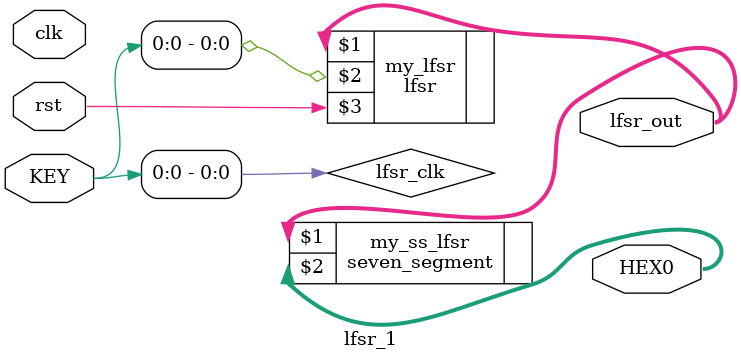
<source format=v>
module lfsr_1(input clk,
					input rst,
					input [3:0]KEY,
					output [6:0]HEX0,
					output [3:0]lfsr_out);
	
	wire lfsr_clk;
	assign lfsr_clk = KEY[0];

lfsr my_lfsr(lfsr_out,lfsr_clk,rst);

seven_segment my_ss_lfsr(lfsr_out,HEX0);

endmodule
</source>
